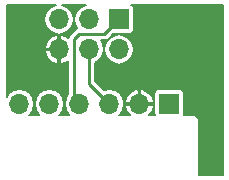
<source format=gbl>
%TF.GenerationSoftware,KiCad,Pcbnew,4.0.4-stable*%
%TF.CreationDate,2017-05-07T06:05:31+03:00*%
%TF.ProjectId,atmega_isp_programming,61746D6567615F6973705F70726F6772,rev?*%
%TF.FileFunction,Copper,L2,Bot,Signal*%
%FSLAX46Y46*%
G04 Gerber Fmt 4.6, Leading zero omitted, Abs format (unit mm)*
G04 Created by KiCad (PCBNEW 4.0.4-stable) date 05/07/17 06:05:31*
%MOMM*%
%LPD*%
G01*
G04 APERTURE LIST*
%ADD10C,0.200000*%
%ADD11R,1.700000X1.700000*%
%ADD12O,1.700000X1.700000*%
%ADD13C,0.250000*%
G04 APERTURE END LIST*
D10*
D11*
X154995000Y-110350000D03*
D12*
X152455000Y-110350000D03*
X149915000Y-110350000D03*
X147375000Y-110350000D03*
X144835000Y-110350000D03*
X142295000Y-110350000D03*
D11*
X150740000Y-103200000D03*
D12*
X150740000Y-105740000D03*
X148200000Y-103200000D03*
X148200000Y-105740000D03*
X145660000Y-103200000D03*
X145660000Y-105740000D03*
D13*
X150740000Y-103200000D02*
X149500000Y-104440000D01*
X149500000Y-104440000D02*
X147360000Y-104440000D01*
X147360000Y-104440000D02*
X146950000Y-104850000D01*
X146950000Y-104850000D02*
X146950000Y-109925000D01*
X146950000Y-109925000D02*
X147375000Y-110350000D01*
X148200000Y-105740000D02*
X148200000Y-108635000D01*
X148200000Y-108635000D02*
X149915000Y-110350000D01*
D10*
G36*
X159525000Y-116325000D02*
X157475000Y-116325000D01*
X157475000Y-111750000D01*
X157438843Y-111568225D01*
X157335876Y-111414124D01*
X157181775Y-111311157D01*
X157000000Y-111275000D01*
X156237648Y-111275000D01*
X156252836Y-111200000D01*
X156252836Y-109500000D01*
X156224944Y-109351769D01*
X156137340Y-109215628D01*
X156003671Y-109124296D01*
X155845000Y-109092164D01*
X154145000Y-109092164D01*
X153996769Y-109120056D01*
X153860628Y-109207660D01*
X153769296Y-109341329D01*
X153737164Y-109500000D01*
X153737164Y-111200000D01*
X153751276Y-111275000D01*
X153263720Y-111275000D01*
X153493826Y-111045235D01*
X153680805Y-110594772D01*
X153604004Y-110400000D01*
X152505000Y-110400000D01*
X152505000Y-110420000D01*
X152405000Y-110420000D01*
X152405000Y-110400000D01*
X151305996Y-110400000D01*
X151229195Y-110594772D01*
X151416174Y-111045235D01*
X151646280Y-111275000D01*
X150773997Y-111275000D01*
X150798883Y-111258372D01*
X151069849Y-110852843D01*
X151165000Y-110374489D01*
X151165000Y-110325511D01*
X151121183Y-110105228D01*
X151229195Y-110105228D01*
X151305996Y-110300000D01*
X152405000Y-110300000D01*
X152405000Y-109201087D01*
X152505000Y-109201087D01*
X152505000Y-110300000D01*
X153604004Y-110300000D01*
X153680805Y-110105228D01*
X153493826Y-109654765D01*
X153148695Y-109310145D01*
X152699771Y-109124199D01*
X152505000Y-109201087D01*
X152405000Y-109201087D01*
X152210229Y-109124199D01*
X151761305Y-109310145D01*
X151416174Y-109654765D01*
X151229195Y-110105228D01*
X151121183Y-110105228D01*
X151069849Y-109847157D01*
X150798883Y-109441628D01*
X150393354Y-109170662D01*
X149915000Y-109075511D01*
X149471242Y-109163780D01*
X148725000Y-108417538D01*
X148725000Y-106888170D01*
X149083883Y-106648372D01*
X149354849Y-106242843D01*
X149450000Y-105764489D01*
X149450000Y-105715511D01*
X149490000Y-105715511D01*
X149490000Y-105764489D01*
X149585151Y-106242843D01*
X149856117Y-106648372D01*
X150261646Y-106919338D01*
X150740000Y-107014489D01*
X151218354Y-106919338D01*
X151623883Y-106648372D01*
X151894849Y-106242843D01*
X151990000Y-105764489D01*
X151990000Y-105715511D01*
X151894849Y-105237157D01*
X151623883Y-104831628D01*
X151218354Y-104560662D01*
X150740000Y-104465511D01*
X150261646Y-104560662D01*
X149856117Y-104831628D01*
X149585151Y-105237157D01*
X149490000Y-105715511D01*
X149450000Y-105715511D01*
X149354849Y-105237157D01*
X149172999Y-104965000D01*
X149500000Y-104965000D01*
X149700909Y-104925037D01*
X149871231Y-104811231D01*
X150224626Y-104457836D01*
X151590000Y-104457836D01*
X151738231Y-104429944D01*
X151874372Y-104342340D01*
X151965704Y-104208671D01*
X151997836Y-104050000D01*
X151997836Y-102350000D01*
X151969944Y-102201769D01*
X151882340Y-102065628D01*
X151749701Y-101975000D01*
X159525000Y-101975000D01*
X159525000Y-116325000D01*
X159525000Y-116325000D01*
G37*
X159525000Y-116325000D02*
X157475000Y-116325000D01*
X157475000Y-111750000D01*
X157438843Y-111568225D01*
X157335876Y-111414124D01*
X157181775Y-111311157D01*
X157000000Y-111275000D01*
X156237648Y-111275000D01*
X156252836Y-111200000D01*
X156252836Y-109500000D01*
X156224944Y-109351769D01*
X156137340Y-109215628D01*
X156003671Y-109124296D01*
X155845000Y-109092164D01*
X154145000Y-109092164D01*
X153996769Y-109120056D01*
X153860628Y-109207660D01*
X153769296Y-109341329D01*
X153737164Y-109500000D01*
X153737164Y-111200000D01*
X153751276Y-111275000D01*
X153263720Y-111275000D01*
X153493826Y-111045235D01*
X153680805Y-110594772D01*
X153604004Y-110400000D01*
X152505000Y-110400000D01*
X152505000Y-110420000D01*
X152405000Y-110420000D01*
X152405000Y-110400000D01*
X151305996Y-110400000D01*
X151229195Y-110594772D01*
X151416174Y-111045235D01*
X151646280Y-111275000D01*
X150773997Y-111275000D01*
X150798883Y-111258372D01*
X151069849Y-110852843D01*
X151165000Y-110374489D01*
X151165000Y-110325511D01*
X151121183Y-110105228D01*
X151229195Y-110105228D01*
X151305996Y-110300000D01*
X152405000Y-110300000D01*
X152405000Y-109201087D01*
X152505000Y-109201087D01*
X152505000Y-110300000D01*
X153604004Y-110300000D01*
X153680805Y-110105228D01*
X153493826Y-109654765D01*
X153148695Y-109310145D01*
X152699771Y-109124199D01*
X152505000Y-109201087D01*
X152405000Y-109201087D01*
X152210229Y-109124199D01*
X151761305Y-109310145D01*
X151416174Y-109654765D01*
X151229195Y-110105228D01*
X151121183Y-110105228D01*
X151069849Y-109847157D01*
X150798883Y-109441628D01*
X150393354Y-109170662D01*
X149915000Y-109075511D01*
X149471242Y-109163780D01*
X148725000Y-108417538D01*
X148725000Y-106888170D01*
X149083883Y-106648372D01*
X149354849Y-106242843D01*
X149450000Y-105764489D01*
X149450000Y-105715511D01*
X149490000Y-105715511D01*
X149490000Y-105764489D01*
X149585151Y-106242843D01*
X149856117Y-106648372D01*
X150261646Y-106919338D01*
X150740000Y-107014489D01*
X151218354Y-106919338D01*
X151623883Y-106648372D01*
X151894849Y-106242843D01*
X151990000Y-105764489D01*
X151990000Y-105715511D01*
X151894849Y-105237157D01*
X151623883Y-104831628D01*
X151218354Y-104560662D01*
X150740000Y-104465511D01*
X150261646Y-104560662D01*
X149856117Y-104831628D01*
X149585151Y-105237157D01*
X149490000Y-105715511D01*
X149450000Y-105715511D01*
X149354849Y-105237157D01*
X149172999Y-104965000D01*
X149500000Y-104965000D01*
X149700909Y-104925037D01*
X149871231Y-104811231D01*
X150224626Y-104457836D01*
X151590000Y-104457836D01*
X151738231Y-104429944D01*
X151874372Y-104342340D01*
X151965704Y-104208671D01*
X151997836Y-104050000D01*
X151997836Y-102350000D01*
X151969944Y-102201769D01*
X151882340Y-102065628D01*
X151749701Y-101975000D01*
X159525000Y-101975000D01*
X159525000Y-116325000D01*
G36*
X145181646Y-102020662D02*
X144776117Y-102291628D01*
X144505151Y-102697157D01*
X144410000Y-103175511D01*
X144410000Y-103224489D01*
X144505151Y-103702843D01*
X144776117Y-104108372D01*
X145181646Y-104379338D01*
X145660000Y-104474489D01*
X146138354Y-104379338D01*
X146543883Y-104108372D01*
X146814849Y-103702843D01*
X146910000Y-103224489D01*
X146910000Y-103175511D01*
X146814849Y-102697157D01*
X146543883Y-102291628D01*
X146138354Y-102020662D01*
X145908797Y-101975000D01*
X147951203Y-101975000D01*
X147721646Y-102020662D01*
X147316117Y-102291628D01*
X147045151Y-102697157D01*
X146950000Y-103175511D01*
X146950000Y-103224489D01*
X147045151Y-103702843D01*
X147207216Y-103945390D01*
X147159091Y-103954963D01*
X146988769Y-104068769D01*
X146578769Y-104478769D01*
X146464963Y-104649091D01*
X146438053Y-104784378D01*
X146353695Y-104700145D01*
X145904771Y-104514199D01*
X145710000Y-104591087D01*
X145710000Y-105690000D01*
X145730000Y-105690000D01*
X145730000Y-105790000D01*
X145710000Y-105790000D01*
X145710000Y-106888913D01*
X145904771Y-106965801D01*
X146353695Y-106779855D01*
X146425000Y-106708656D01*
X146425000Y-109540579D01*
X146220151Y-109847157D01*
X146125000Y-110325511D01*
X146125000Y-110374489D01*
X146220151Y-110852843D01*
X146491117Y-111258372D01*
X146516003Y-111275000D01*
X145693997Y-111275000D01*
X145718883Y-111258372D01*
X145989849Y-110852843D01*
X146085000Y-110374489D01*
X146085000Y-110325511D01*
X145989849Y-109847157D01*
X145718883Y-109441628D01*
X145313354Y-109170662D01*
X144835000Y-109075511D01*
X144356646Y-109170662D01*
X143951117Y-109441628D01*
X143680151Y-109847157D01*
X143585000Y-110325511D01*
X143585000Y-110374489D01*
X143680151Y-110852843D01*
X143951117Y-111258372D01*
X143976003Y-111275000D01*
X143153997Y-111275000D01*
X143178883Y-111258372D01*
X143449849Y-110852843D01*
X143545000Y-110374489D01*
X143545000Y-110325511D01*
X143449849Y-109847157D01*
X143178883Y-109441628D01*
X142773354Y-109170662D01*
X142295000Y-109075511D01*
X141816646Y-109170662D01*
X141411117Y-109441628D01*
X141225000Y-109720172D01*
X141225000Y-105984772D01*
X144434195Y-105984772D01*
X144621174Y-106435235D01*
X144966305Y-106779855D01*
X145415229Y-106965801D01*
X145610000Y-106888913D01*
X145610000Y-105790000D01*
X144510996Y-105790000D01*
X144434195Y-105984772D01*
X141225000Y-105984772D01*
X141225000Y-105495228D01*
X144434195Y-105495228D01*
X144510996Y-105690000D01*
X145610000Y-105690000D01*
X145610000Y-104591087D01*
X145415229Y-104514199D01*
X144966305Y-104700145D01*
X144621174Y-105044765D01*
X144434195Y-105495228D01*
X141225000Y-105495228D01*
X141225000Y-101975000D01*
X145411203Y-101975000D01*
X145181646Y-102020662D01*
X145181646Y-102020662D01*
G37*
X145181646Y-102020662D02*
X144776117Y-102291628D01*
X144505151Y-102697157D01*
X144410000Y-103175511D01*
X144410000Y-103224489D01*
X144505151Y-103702843D01*
X144776117Y-104108372D01*
X145181646Y-104379338D01*
X145660000Y-104474489D01*
X146138354Y-104379338D01*
X146543883Y-104108372D01*
X146814849Y-103702843D01*
X146910000Y-103224489D01*
X146910000Y-103175511D01*
X146814849Y-102697157D01*
X146543883Y-102291628D01*
X146138354Y-102020662D01*
X145908797Y-101975000D01*
X147951203Y-101975000D01*
X147721646Y-102020662D01*
X147316117Y-102291628D01*
X147045151Y-102697157D01*
X146950000Y-103175511D01*
X146950000Y-103224489D01*
X147045151Y-103702843D01*
X147207216Y-103945390D01*
X147159091Y-103954963D01*
X146988769Y-104068769D01*
X146578769Y-104478769D01*
X146464963Y-104649091D01*
X146438053Y-104784378D01*
X146353695Y-104700145D01*
X145904771Y-104514199D01*
X145710000Y-104591087D01*
X145710000Y-105690000D01*
X145730000Y-105690000D01*
X145730000Y-105790000D01*
X145710000Y-105790000D01*
X145710000Y-106888913D01*
X145904771Y-106965801D01*
X146353695Y-106779855D01*
X146425000Y-106708656D01*
X146425000Y-109540579D01*
X146220151Y-109847157D01*
X146125000Y-110325511D01*
X146125000Y-110374489D01*
X146220151Y-110852843D01*
X146491117Y-111258372D01*
X146516003Y-111275000D01*
X145693997Y-111275000D01*
X145718883Y-111258372D01*
X145989849Y-110852843D01*
X146085000Y-110374489D01*
X146085000Y-110325511D01*
X145989849Y-109847157D01*
X145718883Y-109441628D01*
X145313354Y-109170662D01*
X144835000Y-109075511D01*
X144356646Y-109170662D01*
X143951117Y-109441628D01*
X143680151Y-109847157D01*
X143585000Y-110325511D01*
X143585000Y-110374489D01*
X143680151Y-110852843D01*
X143951117Y-111258372D01*
X143976003Y-111275000D01*
X143153997Y-111275000D01*
X143178883Y-111258372D01*
X143449849Y-110852843D01*
X143545000Y-110374489D01*
X143545000Y-110325511D01*
X143449849Y-109847157D01*
X143178883Y-109441628D01*
X142773354Y-109170662D01*
X142295000Y-109075511D01*
X141816646Y-109170662D01*
X141411117Y-109441628D01*
X141225000Y-109720172D01*
X141225000Y-105984772D01*
X144434195Y-105984772D01*
X144621174Y-106435235D01*
X144966305Y-106779855D01*
X145415229Y-106965801D01*
X145610000Y-106888913D01*
X145610000Y-105790000D01*
X144510996Y-105790000D01*
X144434195Y-105984772D01*
X141225000Y-105984772D01*
X141225000Y-105495228D01*
X144434195Y-105495228D01*
X144510996Y-105690000D01*
X145610000Y-105690000D01*
X145610000Y-104591087D01*
X145415229Y-104514199D01*
X144966305Y-104700145D01*
X144621174Y-105044765D01*
X144434195Y-105495228D01*
X141225000Y-105495228D01*
X141225000Y-101975000D01*
X145411203Y-101975000D01*
X145181646Y-102020662D01*
M02*

</source>
